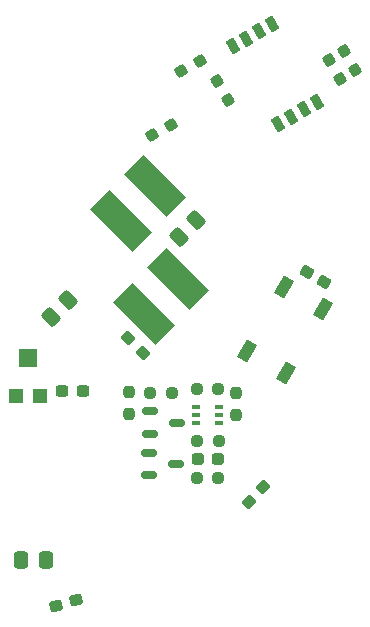
<source format=gbr>
%TF.GenerationSoftware,KiCad,Pcbnew,7.0.7*%
%TF.CreationDate,2023-12-04T17:40:57-05:00*%
%TF.ProjectId,PEEKbot_APS,5045454b-626f-4745-9f41-50532e6b6963,rev?*%
%TF.SameCoordinates,Original*%
%TF.FileFunction,Paste,Top*%
%TF.FilePolarity,Positive*%
%FSLAX46Y46*%
G04 Gerber Fmt 4.6, Leading zero omitted, Abs format (unit mm)*
G04 Created by KiCad (PCBNEW 7.0.7) date 2023-12-04 17:40:57*
%MOMM*%
%LPD*%
G01*
G04 APERTURE LIST*
G04 Aperture macros list*
%AMRoundRect*
0 Rectangle with rounded corners*
0 $1 Rounding radius*
0 $2 $3 $4 $5 $6 $7 $8 $9 X,Y pos of 4 corners*
0 Add a 4 corners polygon primitive as box body*
4,1,4,$2,$3,$4,$5,$6,$7,$8,$9,$2,$3,0*
0 Add four circle primitives for the rounded corners*
1,1,$1+$1,$2,$3*
1,1,$1+$1,$4,$5*
1,1,$1+$1,$6,$7*
1,1,$1+$1,$8,$9*
0 Add four rect primitives between the rounded corners*
20,1,$1+$1,$2,$3,$4,$5,0*
20,1,$1+$1,$4,$5,$6,$7,0*
20,1,$1+$1,$6,$7,$8,$9,0*
20,1,$1+$1,$8,$9,$2,$3,0*%
%AMRotRect*
0 Rectangle, with rotation*
0 The origin of the aperture is its center*
0 $1 length*
0 $2 width*
0 $3 Rotation angle, in degrees counterclockwise*
0 Add horizontal line*
21,1,$1,$2,0,0,$3*%
G04 Aperture macros list end*
%ADD10RoundRect,0.237500X-0.044194X-0.380070X0.380070X0.044194X0.044194X0.380070X-0.380070X-0.044194X0*%
%ADD11RoundRect,0.237500X0.237500X-0.250000X0.237500X0.250000X-0.237500X0.250000X-0.237500X-0.250000X0*%
%ADD12RoundRect,0.237500X0.250000X0.237500X-0.250000X0.237500X-0.250000X-0.237500X0.250000X-0.237500X0*%
%ADD13RotRect,1.270000X0.760000X120.000000*%
%ADD14RoundRect,0.237500X-0.228308X-0.307053X0.351247X-0.151762X0.228308X0.307053X-0.351247X0.151762X0*%
%ADD15RoundRect,0.237500X-0.330681X0.097756X-0.080681X-0.335256X0.330681X-0.097756X0.080681X0.335256X0*%
%ADD16RoundRect,0.237500X0.097756X0.330681X-0.335256X0.080681X-0.097756X-0.330681X0.335256X-0.080681X0*%
%ADD17RoundRect,0.150000X-0.512500X-0.150000X0.512500X-0.150000X0.512500X0.150000X-0.512500X0.150000X0*%
%ADD18RoundRect,0.237500X0.380070X-0.044194X-0.044194X0.380070X-0.380070X0.044194X0.044194X-0.380070X0*%
%ADD19RoundRect,0.237500X-0.287500X-0.237500X0.287500X-0.237500X0.287500X0.237500X-0.287500X0.237500X0*%
%ADD20R,1.200000X1.200000*%
%ADD21R,1.600000X1.500000*%
%ADD22RoundRect,0.237500X0.378558X0.055681X-0.141058X0.355681X-0.378558X-0.055681X0.141058X-0.355681X0*%
%ADD23RoundRect,0.237500X-0.250000X-0.237500X0.250000X-0.237500X0.250000X0.237500X-0.250000X0.237500X0*%
%ADD24RoundRect,0.237500X0.300000X0.237500X-0.300000X0.237500X-0.300000X-0.237500X0.300000X-0.237500X0*%
%ADD25RoundRect,0.237500X-0.237500X0.250000X-0.237500X-0.250000X0.237500X-0.250000X0.237500X0.250000X0*%
%ADD26RoundRect,0.237500X-0.097756X-0.330681X0.335256X-0.080681X0.097756X0.330681X-0.335256X0.080681X0*%
%ADD27RoundRect,0.250000X0.337500X0.475000X-0.337500X0.475000X-0.337500X-0.475000X0.337500X-0.475000X0*%
%ADD28RotRect,2.350000X5.100000X45.000000*%
%ADD29RotRect,1.700000X1.000000X240.000000*%
%ADD30RoundRect,0.250000X-0.097227X0.574524X-0.574524X0.097227X0.097227X-0.574524X0.574524X-0.097227X0*%
%ADD31R,0.650000X0.400000*%
%ADD32RoundRect,0.250000X0.097227X-0.574524X0.574524X-0.097227X-0.097227X0.574524X-0.574524X0.097227X0*%
G04 APERTURE END LIST*
D10*
%TO.C,C10*%
X41025458Y-181894056D03*
X42245218Y-180674296D03*
%TD*%
D11*
%TO.C,R9*%
X39949798Y-174553193D03*
X39949798Y-172728193D03*
%TD*%
D12*
%TO.C,R11*%
X38441492Y-172373900D03*
X36616492Y-172373900D03*
%TD*%
D13*
%TO.C,SW1*%
X43518297Y-149950694D03*
X44618149Y-149315694D03*
X45718001Y-148680694D03*
X46817853Y-148045694D03*
X43007853Y-141446580D03*
X41908001Y-142081580D03*
X40808149Y-142716580D03*
X39708297Y-143351580D03*
%TD*%
D14*
%TO.C,C8*%
X24706512Y-190710040D03*
X26372734Y-190263578D03*
%TD*%
D15*
%TO.C,R7*%
X38352952Y-146315658D03*
X39265452Y-147896154D03*
%TD*%
D16*
%TO.C,R8*%
X36884500Y-144567809D03*
X35304004Y-145480309D03*
%TD*%
D17*
%TO.C,Q2*%
X32663214Y-174268693D03*
X32663214Y-176168693D03*
X34938214Y-175218693D03*
%TD*%
D18*
%TO.C,C13*%
X32043433Y-169297741D03*
X30823673Y-168077981D03*
%TD*%
D12*
%TO.C,R12*%
X38494191Y-176793511D03*
X36669191Y-176793511D03*
%TD*%
D19*
%TO.C,R13*%
X36704813Y-178317487D03*
X38454813Y-178317487D03*
%TD*%
D20*
%TO.C,VR1*%
X21314211Y-172957492D03*
D21*
X22314211Y-169707492D03*
D20*
X23314211Y-172957492D03*
%TD*%
D22*
%TO.C,C2*%
X47436246Y-163334465D03*
X45942352Y-162471965D03*
%TD*%
D23*
%TO.C,R15*%
X32704911Y-172678696D03*
X34529911Y-172678696D03*
%TD*%
D15*
%TO.C,R6*%
X47802713Y-144509399D03*
X48715213Y-146089895D03*
%TD*%
D24*
%TO.C,C11*%
X26955604Y-172505899D03*
X25230604Y-172505899D03*
%TD*%
D25*
%TO.C,R16*%
X30874207Y-172629794D03*
X30874207Y-174454794D03*
%TD*%
D26*
%TO.C,R25*%
X32862488Y-150890323D03*
X34442984Y-149977823D03*
%TD*%
D27*
%TO.C,C18*%
X23825409Y-186831509D03*
X21750409Y-186831509D03*
%TD*%
D28*
%TO.C,L1*%
X32116041Y-165993769D03*
X35050535Y-163059275D03*
%TD*%
D29*
%TO.C,S1*%
X47292793Y-165597098D03*
X44142793Y-171053058D03*
X44001897Y-163697098D03*
X40851897Y-169153058D03*
%TD*%
D28*
%TO.C,L2*%
X30189229Y-158154635D03*
X33123723Y-155220141D03*
%TD*%
D15*
%TO.C,R5*%
X49122559Y-143747402D03*
X50035059Y-145327898D03*
%TD*%
D17*
%TO.C,Q1*%
X32601414Y-177758700D03*
X32601414Y-179658700D03*
X34876414Y-178708700D03*
%TD*%
D30*
%TO.C,F1*%
X25752901Y-164845403D03*
X24285655Y-166312649D03*
%TD*%
D12*
%TO.C,R18*%
X38441502Y-179943100D03*
X36616502Y-179943100D03*
%TD*%
D31*
%TO.C,U5*%
X36594221Y-173908303D03*
X36594221Y-174558303D03*
X36594221Y-175208303D03*
X38494221Y-175208303D03*
X38494221Y-174558303D03*
X38494221Y-173908303D03*
%TD*%
D32*
%TO.C,C20*%
X35118437Y-159524117D03*
X36585683Y-158056871D03*
%TD*%
M02*

</source>
